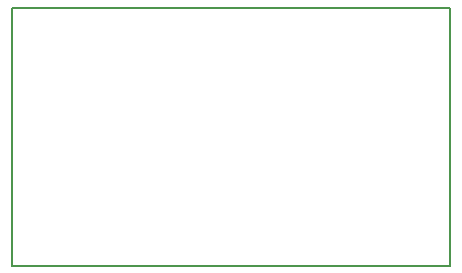
<source format=gm1>
G04 #@! TF.FileFunction,Profile,NP*
%FSLAX46Y46*%
G04 Gerber Fmt 4.6, Leading zero omitted, Abs format (unit mm)*
G04 Created by KiCad (PCBNEW 4.0.3+e1-6302~38~ubuntu14.04.1-stable) date Tue Aug 16 14:14:18 2016*
%MOMM*%
%LPD*%
G01*
G04 APERTURE LIST*
%ADD10C,0.100000*%
%ADD11C,0.150000*%
G04 APERTURE END LIST*
D10*
D11*
X182372000Y-91948000D02*
X145288000Y-91948000D01*
X182372000Y-113792000D02*
X182372000Y-91948000D01*
X145288000Y-113792000D02*
X182372000Y-113792000D01*
X145288000Y-91948000D02*
X145288000Y-113792000D01*
M02*

</source>
